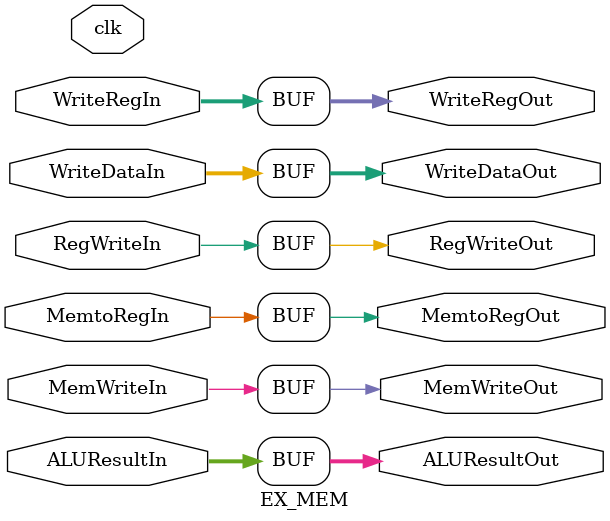
<source format=v>
`timescale 1ns / 1ps
module EX_MEM(
	input clk,
	
	input RegWriteIn,
	input MemtoRegIn,
	input MemWriteIn,
	input [31:0] ALUResultIn,
	input [5:0] WriteRegIn,	//Para cuando se quiere el resultado en un registro o un load
	input [31:0] WriteDataIn, //Para cuando se quiere hacer un store
	output reg RegWriteOut,
	output reg MemtoRegOut,
	output reg MemWriteOut,
	output reg [31:0] ALUResultOut,
	output reg [5:0] WriteRegOut,		//Para cuando se quiere el resultado en un registro o un load
	output reg [31:0] WriteDataOut
    );

always@(clk)
begin
	ALUResultOut	<=ALUResultIn;
	WriteRegOut		<=WriteRegIn;
	WriteDataOut	<=WriteDataIn;
	RegWriteOut		<=RegWriteIn;
	MemtoRegOut		<=MemtoRegIn;
	MemWriteOut		<=MemWriteIn;
end

endmodule

</source>
